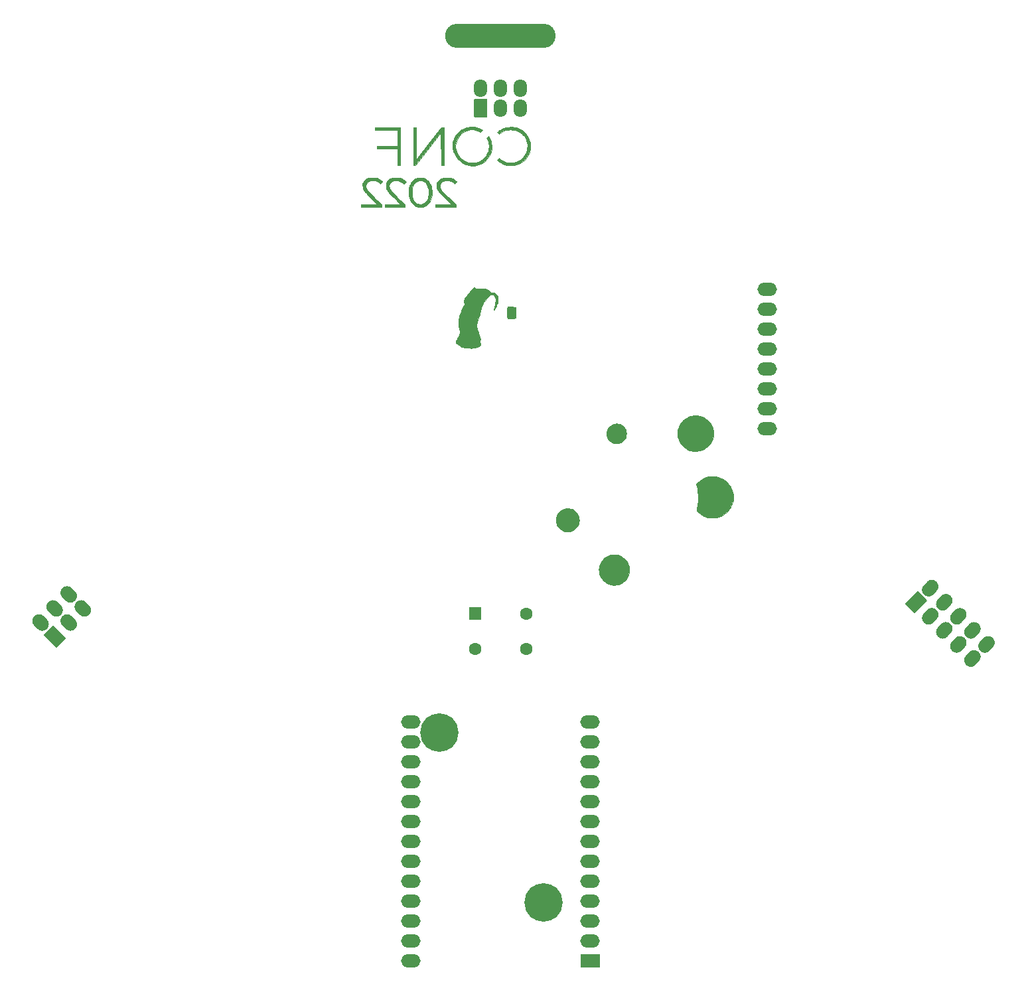
<source format=gbs>
%TF.GenerationSoftware,KiCad,Pcbnew,5.1.10-88a1d61d58~88~ubuntu18.04.1*%
%TF.CreationDate,2021-09-10T20:26:40+10:00*%
%TF.ProjectId,swag-badge,73776167-2d62-4616-9467-652e6b696361,rev?*%
%TF.SameCoordinates,PX405f7e0PYfa3044a0*%
%TF.FileFunction,Soldermask,Bot*%
%TF.FilePolarity,Negative*%
%FSLAX46Y46*%
G04 Gerber Fmt 4.6, Leading zero omitted, Abs format (unit mm)*
G04 Created by KiCad (PCBNEW 5.1.10-88a1d61d58~88~ubuntu18.04.1) date 2021-09-10 20:26:40*
%MOMM*%
%LPD*%
G01*
G04 APERTURE LIST*
%ADD10C,0.010000*%
%ADD11C,1.598000*%
%ADD12O,1.700000X2.300000*%
%ADD13O,14.100000X3.100000*%
%ADD14C,4.900000*%
%ADD15O,2.500000X1.700000*%
G04 APERTURE END LIST*
D10*
%TO.C,Ref\u002A\u002A*%
G36*
X-83539932Y120622458D02*
G01*
X-83533750Y120458417D01*
X-82099709Y120452977D01*
X-80665667Y120447538D01*
X-80665667Y118437328D01*
X-81951542Y118431872D01*
X-83237417Y118426417D01*
X-83249781Y118098333D01*
X-80665667Y118098333D01*
X-80665667Y115981667D01*
X-80305834Y115981667D01*
X-80305834Y120786500D01*
X-83546114Y120786500D01*
X-83539932Y120622458D01*
G37*
X-83539932Y120622458D02*
X-83533750Y120458417D01*
X-82099709Y120452977D01*
X-80665667Y120447538D01*
X-80665667Y118437328D01*
X-81951542Y118431872D01*
X-83237417Y118426417D01*
X-83249781Y118098333D01*
X-80665667Y118098333D01*
X-80665667Y115981667D01*
X-80305834Y115981667D01*
X-80305834Y120786500D01*
X-83546114Y120786500D01*
X-83539932Y120622458D01*
G36*
X-78654834Y115981667D02*
G01*
X-78501375Y115982357D01*
X-78347917Y115983047D01*
X-75109417Y120106113D01*
X-75098625Y115981667D01*
X-74717834Y115981667D01*
X-74717834Y120786500D01*
X-74881875Y120785718D01*
X-75045917Y120784935D01*
X-76665167Y118714638D01*
X-78284417Y116644342D01*
X-78289812Y118715421D01*
X-78295208Y120786500D01*
X-78654834Y120786500D01*
X-78654834Y115981667D01*
G37*
X-78654834Y115981667D02*
X-78501375Y115982357D01*
X-78347917Y115983047D01*
X-75109417Y120106113D01*
X-75098625Y115981667D01*
X-74717834Y115981667D01*
X-74717834Y120786500D01*
X-74881875Y120785718D01*
X-75045917Y120784935D01*
X-76665167Y118714638D01*
X-78284417Y116644342D01*
X-78289812Y118715421D01*
X-78295208Y120786500D01*
X-78654834Y120786500D01*
X-78654834Y115981667D01*
G36*
X-66529838Y120814399D02*
G01*
X-66828399Y120770500D01*
X-67103831Y120696247D01*
X-67360186Y120590750D01*
X-67415749Y120562564D01*
X-67486662Y120521090D01*
X-67570539Y120465615D01*
X-67659656Y120402052D01*
X-67746284Y120336315D01*
X-67822699Y120274314D01*
X-67881172Y120221964D01*
X-67913979Y120185176D01*
X-67917443Y120178653D01*
X-67909082Y120147249D01*
X-67872269Y120095254D01*
X-67817055Y120034633D01*
X-67704958Y119921125D01*
X-67597187Y120012642D01*
X-67363231Y120185639D01*
X-67114516Y120319408D01*
X-66849777Y120414403D01*
X-66567750Y120471079D01*
X-66269814Y120489889D01*
X-65969758Y120474311D01*
X-65690558Y120425690D01*
X-65424537Y120342256D01*
X-65207655Y120244997D01*
X-65070887Y120171155D01*
X-64957597Y120098788D01*
X-64853109Y120017187D01*
X-64742745Y119915642D01*
X-64704392Y119877787D01*
X-64507541Y119652407D01*
X-64348036Y119407465D01*
X-64226468Y119144399D01*
X-64143427Y118864651D01*
X-64099501Y118569658D01*
X-64092167Y118384083D01*
X-64112140Y118083266D01*
X-64170926Y117796017D01*
X-64266824Y117525040D01*
X-64398134Y117273034D01*
X-64563155Y117042702D01*
X-64760187Y116836743D01*
X-64987529Y116657859D01*
X-65243481Y116508752D01*
X-65285568Y116488496D01*
X-65555651Y116384456D01*
X-65843461Y116315519D01*
X-66141011Y116283162D01*
X-66386613Y116284959D01*
X-66681605Y116322335D01*
X-66959298Y116398083D01*
X-67222038Y116513077D01*
X-67472172Y116668191D01*
X-67528984Y116710258D01*
X-67716718Y116853649D01*
X-67944218Y116628975D01*
X-67875568Y116557208D01*
X-67696730Y116398189D01*
X-67484084Y116257762D01*
X-67243109Y116138750D01*
X-66979286Y116043977D01*
X-66780334Y115992783D01*
X-66684929Y115977502D01*
X-66558634Y115964968D01*
X-66412823Y115955568D01*
X-66258873Y115949688D01*
X-66108159Y115947714D01*
X-65972059Y115950033D01*
X-65861947Y115957032D01*
X-65832245Y115960575D01*
X-65510170Y116025858D01*
X-65207292Y116127360D01*
X-64925778Y116263119D01*
X-64667794Y116431173D01*
X-64435509Y116629561D01*
X-64231088Y116856320D01*
X-64056698Y117109489D01*
X-63914507Y117387106D01*
X-63806681Y117687210D01*
X-63770359Y117827278D01*
X-63745508Y117972406D01*
X-63729320Y118145533D01*
X-63721896Y118333668D01*
X-63723340Y118523819D01*
X-63733755Y118702995D01*
X-63753243Y118858205D01*
X-63761838Y118902667D01*
X-63848845Y119212094D01*
X-63971161Y119502552D01*
X-64126636Y119771194D01*
X-64313118Y120015172D01*
X-64528459Y120231643D01*
X-64770506Y120417757D01*
X-65012917Y120558718D01*
X-65267660Y120671389D01*
X-65522373Y120752052D01*
X-65787207Y120803009D01*
X-66072309Y120826559D01*
X-66204094Y120828833D01*
X-66529838Y120814399D01*
G37*
X-66529838Y120814399D02*
X-66828399Y120770500D01*
X-67103831Y120696247D01*
X-67360186Y120590750D01*
X-67415749Y120562564D01*
X-67486662Y120521090D01*
X-67570539Y120465615D01*
X-67659656Y120402052D01*
X-67746284Y120336315D01*
X-67822699Y120274314D01*
X-67881172Y120221964D01*
X-67913979Y120185176D01*
X-67917443Y120178653D01*
X-67909082Y120147249D01*
X-67872269Y120095254D01*
X-67817055Y120034633D01*
X-67704958Y119921125D01*
X-67597187Y120012642D01*
X-67363231Y120185639D01*
X-67114516Y120319408D01*
X-66849777Y120414403D01*
X-66567750Y120471079D01*
X-66269814Y120489889D01*
X-65969758Y120474311D01*
X-65690558Y120425690D01*
X-65424537Y120342256D01*
X-65207655Y120244997D01*
X-65070887Y120171155D01*
X-64957597Y120098788D01*
X-64853109Y120017187D01*
X-64742745Y119915642D01*
X-64704392Y119877787D01*
X-64507541Y119652407D01*
X-64348036Y119407465D01*
X-64226468Y119144399D01*
X-64143427Y118864651D01*
X-64099501Y118569658D01*
X-64092167Y118384083D01*
X-64112140Y118083266D01*
X-64170926Y117796017D01*
X-64266824Y117525040D01*
X-64398134Y117273034D01*
X-64563155Y117042702D01*
X-64760187Y116836743D01*
X-64987529Y116657859D01*
X-65243481Y116508752D01*
X-65285568Y116488496D01*
X-65555651Y116384456D01*
X-65843461Y116315519D01*
X-66141011Y116283162D01*
X-66386613Y116284959D01*
X-66681605Y116322335D01*
X-66959298Y116398083D01*
X-67222038Y116513077D01*
X-67472172Y116668191D01*
X-67528984Y116710258D01*
X-67716718Y116853649D01*
X-67944218Y116628975D01*
X-67875568Y116557208D01*
X-67696730Y116398189D01*
X-67484084Y116257762D01*
X-67243109Y116138750D01*
X-66979286Y116043977D01*
X-66780334Y115992783D01*
X-66684929Y115977502D01*
X-66558634Y115964968D01*
X-66412823Y115955568D01*
X-66258873Y115949688D01*
X-66108159Y115947714D01*
X-65972059Y115950033D01*
X-65861947Y115957032D01*
X-65832245Y115960575D01*
X-65510170Y116025858D01*
X-65207292Y116127360D01*
X-64925778Y116263119D01*
X-64667794Y116431173D01*
X-64435509Y116629561D01*
X-64231088Y116856320D01*
X-64056698Y117109489D01*
X-63914507Y117387106D01*
X-63806681Y117687210D01*
X-63770359Y117827278D01*
X-63745508Y117972406D01*
X-63729320Y118145533D01*
X-63721896Y118333668D01*
X-63723340Y118523819D01*
X-63733755Y118702995D01*
X-63753243Y118858205D01*
X-63761838Y118902667D01*
X-63848845Y119212094D01*
X-63971161Y119502552D01*
X-64126636Y119771194D01*
X-64313118Y120015172D01*
X-64528459Y120231643D01*
X-64770506Y120417757D01*
X-65012917Y120558718D01*
X-65267660Y120671389D01*
X-65522373Y120752052D01*
X-65787207Y120803009D01*
X-66072309Y120826559D01*
X-66204094Y120828833D01*
X-66529838Y120814399D01*
G36*
X-71397936Y120857244D02*
G01*
X-71640387Y120818384D01*
X-71885328Y120757572D01*
X-72118320Y120678045D01*
X-72214907Y120637247D01*
X-72459402Y120505669D01*
X-72694656Y120338376D01*
X-72913901Y120141913D01*
X-73110371Y119922826D01*
X-73277299Y119687660D01*
X-73372940Y119516999D01*
X-73480127Y119277811D01*
X-73555542Y119048613D01*
X-73602421Y118815740D01*
X-73624003Y118565530D01*
X-73626315Y118447583D01*
X-73621069Y118238090D01*
X-73602316Y118054289D01*
X-73567260Y117880917D01*
X-73513108Y117702709D01*
X-73467404Y117579750D01*
X-73327926Y117280684D01*
X-73154164Y117003219D01*
X-72949267Y116750021D01*
X-72716388Y116523753D01*
X-72458675Y116327082D01*
X-72179279Y116162670D01*
X-71881350Y116033182D01*
X-71568039Y115941283D01*
X-71517268Y115930363D01*
X-71403454Y115913963D01*
X-71260798Y115903641D01*
X-71102355Y115899401D01*
X-70941177Y115901251D01*
X-70790320Y115909198D01*
X-70662836Y115923250D01*
X-70624739Y115929891D01*
X-70318526Y116012010D01*
X-70027592Y116133517D01*
X-69752497Y116294107D01*
X-69493805Y116493473D01*
X-69361612Y116616667D01*
X-69143806Y116860595D01*
X-68964219Y117121687D01*
X-68823363Y117398858D01*
X-68721750Y117691025D01*
X-68659895Y117997102D01*
X-68645876Y118129784D01*
X-68641174Y118450530D01*
X-68676714Y118765987D01*
X-68751583Y119071789D01*
X-68864872Y119363567D01*
X-68930005Y119492553D01*
X-68979582Y119582489D01*
X-69015925Y119637840D01*
X-69046855Y119660745D01*
X-69080191Y119653344D01*
X-69123756Y119617780D01*
X-69180501Y119561107D01*
X-69303833Y119436473D01*
X-69228680Y119301862D01*
X-69146633Y119128561D01*
X-69077542Y118930877D01*
X-69026782Y118726072D01*
X-69004286Y118581040D01*
X-68993817Y118298192D01*
X-69023297Y118020317D01*
X-69090375Y117750720D01*
X-69192700Y117492705D01*
X-69327921Y117249574D01*
X-69493687Y117024633D01*
X-69687647Y116821185D01*
X-69907449Y116642533D01*
X-70150743Y116491982D01*
X-70415178Y116372836D01*
X-70622581Y116306962D01*
X-70728320Y116281309D01*
X-70822862Y116264584D01*
X-70921532Y116254994D01*
X-71039653Y116250747D01*
X-71108917Y116250075D01*
X-71319147Y116256780D01*
X-71505927Y116281112D01*
X-71683836Y116326461D01*
X-71867454Y116396219D01*
X-71997917Y116456817D01*
X-72257273Y116605512D01*
X-72491043Y116782545D01*
X-72697310Y116984393D01*
X-72874158Y117207534D01*
X-73019670Y117448444D01*
X-73131929Y117703602D01*
X-73209020Y117969483D01*
X-73249025Y118242565D01*
X-73250028Y118519326D01*
X-73226266Y118714686D01*
X-73155834Y119004378D01*
X-73049117Y119273544D01*
X-72905033Y119524187D01*
X-72722502Y119758311D01*
X-72588880Y119896695D01*
X-72354748Y120094675D01*
X-72106337Y120254181D01*
X-71846294Y120374787D01*
X-71577265Y120456065D01*
X-71301898Y120497589D01*
X-71022838Y120498931D01*
X-70742733Y120459665D01*
X-70464229Y120379365D01*
X-70228456Y120277383D01*
X-70067661Y120196626D01*
X-69943613Y120321982D01*
X-69888813Y120377420D01*
X-69855066Y120417760D01*
X-69845127Y120449302D01*
X-69861751Y120478347D01*
X-69907695Y120511196D01*
X-69985713Y120554150D01*
X-70062852Y120594638D01*
X-70294914Y120698730D01*
X-70549670Y120781357D01*
X-70812916Y120838980D01*
X-71070446Y120868063D01*
X-71172417Y120870917D01*
X-71397936Y120857244D01*
G37*
X-71397936Y120857244D02*
X-71640387Y120818384D01*
X-71885328Y120757572D01*
X-72118320Y120678045D01*
X-72214907Y120637247D01*
X-72459402Y120505669D01*
X-72694656Y120338376D01*
X-72913901Y120141913D01*
X-73110371Y119922826D01*
X-73277299Y119687660D01*
X-73372940Y119516999D01*
X-73480127Y119277811D01*
X-73555542Y119048613D01*
X-73602421Y118815740D01*
X-73624003Y118565530D01*
X-73626315Y118447583D01*
X-73621069Y118238090D01*
X-73602316Y118054289D01*
X-73567260Y117880917D01*
X-73513108Y117702709D01*
X-73467404Y117579750D01*
X-73327926Y117280684D01*
X-73154164Y117003219D01*
X-72949267Y116750021D01*
X-72716388Y116523753D01*
X-72458675Y116327082D01*
X-72179279Y116162670D01*
X-71881350Y116033182D01*
X-71568039Y115941283D01*
X-71517268Y115930363D01*
X-71403454Y115913963D01*
X-71260798Y115903641D01*
X-71102355Y115899401D01*
X-70941177Y115901251D01*
X-70790320Y115909198D01*
X-70662836Y115923250D01*
X-70624739Y115929891D01*
X-70318526Y116012010D01*
X-70027592Y116133517D01*
X-69752497Y116294107D01*
X-69493805Y116493473D01*
X-69361612Y116616667D01*
X-69143806Y116860595D01*
X-68964219Y117121687D01*
X-68823363Y117398858D01*
X-68721750Y117691025D01*
X-68659895Y117997102D01*
X-68645876Y118129784D01*
X-68641174Y118450530D01*
X-68676714Y118765987D01*
X-68751583Y119071789D01*
X-68864872Y119363567D01*
X-68930005Y119492553D01*
X-68979582Y119582489D01*
X-69015925Y119637840D01*
X-69046855Y119660745D01*
X-69080191Y119653344D01*
X-69123756Y119617780D01*
X-69180501Y119561107D01*
X-69303833Y119436473D01*
X-69228680Y119301862D01*
X-69146633Y119128561D01*
X-69077542Y118930877D01*
X-69026782Y118726072D01*
X-69004286Y118581040D01*
X-68993817Y118298192D01*
X-69023297Y118020317D01*
X-69090375Y117750720D01*
X-69192700Y117492705D01*
X-69327921Y117249574D01*
X-69493687Y117024633D01*
X-69687647Y116821185D01*
X-69907449Y116642533D01*
X-70150743Y116491982D01*
X-70415178Y116372836D01*
X-70622581Y116306962D01*
X-70728320Y116281309D01*
X-70822862Y116264584D01*
X-70921532Y116254994D01*
X-71039653Y116250747D01*
X-71108917Y116250075D01*
X-71319147Y116256780D01*
X-71505927Y116281112D01*
X-71683836Y116326461D01*
X-71867454Y116396219D01*
X-71997917Y116456817D01*
X-72257273Y116605512D01*
X-72491043Y116782545D01*
X-72697310Y116984393D01*
X-72874158Y117207534D01*
X-73019670Y117448444D01*
X-73131929Y117703602D01*
X-73209020Y117969483D01*
X-73249025Y118242565D01*
X-73250028Y118519326D01*
X-73226266Y118714686D01*
X-73155834Y119004378D01*
X-73049117Y119273544D01*
X-72905033Y119524187D01*
X-72722502Y119758311D01*
X-72588880Y119896695D01*
X-72354748Y120094675D01*
X-72106337Y120254181D01*
X-71846294Y120374787D01*
X-71577265Y120456065D01*
X-71301898Y120497589D01*
X-71022838Y120498931D01*
X-70742733Y120459665D01*
X-70464229Y120379365D01*
X-70228456Y120277383D01*
X-70067661Y120196626D01*
X-69943613Y120321982D01*
X-69888813Y120377420D01*
X-69855066Y120417760D01*
X-69845127Y120449302D01*
X-69861751Y120478347D01*
X-69907695Y120511196D01*
X-69985713Y120554150D01*
X-70062852Y120594638D01*
X-70294914Y120698730D01*
X-70549670Y120781357D01*
X-70812916Y120838980D01*
X-71070446Y120868063D01*
X-71172417Y120870917D01*
X-71397936Y120857244D01*
G36*
X-84038818Y114371995D02*
G01*
X-84171447Y114362422D01*
X-84286023Y114343088D01*
X-84394527Y114311726D01*
X-84508937Y114266064D01*
X-84553917Y114245670D01*
X-84736128Y114143136D01*
X-84881001Y114021211D01*
X-84989642Y113878157D01*
X-85063160Y113712236D01*
X-85102662Y113521710D01*
X-85110667Y113372089D01*
X-85095290Y113160929D01*
X-85047347Y112963880D01*
X-84964113Y112773187D01*
X-84842867Y112581095D01*
X-84823934Y112555298D01*
X-84794479Y112520864D01*
X-84738234Y112459987D01*
X-84658470Y112376035D01*
X-84558453Y112272376D01*
X-84441453Y112152378D01*
X-84310738Y112019409D01*
X-84169577Y111876836D01*
X-84021237Y111728027D01*
X-84015371Y111722163D01*
X-83279750Y110986910D01*
X-84279875Y110986622D01*
X-85280000Y110986333D01*
X-85280000Y110647667D01*
X-82676500Y110647667D01*
X-82677408Y110790542D01*
X-82678315Y110933417D01*
X-83494546Y111727167D01*
X-83707691Y111934952D01*
X-83892295Y112116299D01*
X-84050601Y112273830D01*
X-84184849Y112410167D01*
X-84297283Y112527933D01*
X-84390143Y112629751D01*
X-84465671Y112718243D01*
X-84526110Y112796031D01*
X-84573701Y112865739D01*
X-84610687Y112929988D01*
X-84639308Y112991401D01*
X-84661807Y113052600D01*
X-84679727Y113113583D01*
X-84708795Y113290421D01*
X-84699544Y113452878D01*
X-84654189Y113598790D01*
X-84574944Y113725991D01*
X-84464024Y113832316D01*
X-84323645Y113915597D01*
X-84156019Y113973671D01*
X-83963362Y114004370D01*
X-83766584Y114006610D01*
X-83524792Y113975390D01*
X-83304405Y113908291D01*
X-83106343Y113805687D01*
X-82931525Y113667951D01*
X-82931224Y113667665D01*
X-82846343Y113586746D01*
X-82708517Y113709998D01*
X-82646736Y113766460D01*
X-82599275Y113812145D01*
X-82573380Y113839976D01*
X-82570679Y113844629D01*
X-82586039Y113868882D01*
X-82626509Y113911392D01*
X-82683634Y113964616D01*
X-82748957Y114021014D01*
X-82814024Y114073046D01*
X-82870378Y114113170D01*
X-82875288Y114116286D01*
X-83081680Y114225590D01*
X-83303927Y114303931D01*
X-83547370Y114352685D01*
X-83817352Y114373229D01*
X-83876158Y114374079D01*
X-84038818Y114371995D01*
G37*
X-84038818Y114371995D02*
X-84171447Y114362422D01*
X-84286023Y114343088D01*
X-84394527Y114311726D01*
X-84508937Y114266064D01*
X-84553917Y114245670D01*
X-84736128Y114143136D01*
X-84881001Y114021211D01*
X-84989642Y113878157D01*
X-85063160Y113712236D01*
X-85102662Y113521710D01*
X-85110667Y113372089D01*
X-85095290Y113160929D01*
X-85047347Y112963880D01*
X-84964113Y112773187D01*
X-84842867Y112581095D01*
X-84823934Y112555298D01*
X-84794479Y112520864D01*
X-84738234Y112459987D01*
X-84658470Y112376035D01*
X-84558453Y112272376D01*
X-84441453Y112152378D01*
X-84310738Y112019409D01*
X-84169577Y111876836D01*
X-84021237Y111728027D01*
X-84015371Y111722163D01*
X-83279750Y110986910D01*
X-84279875Y110986622D01*
X-85280000Y110986333D01*
X-85280000Y110647667D01*
X-82676500Y110647667D01*
X-82677408Y110790542D01*
X-82678315Y110933417D01*
X-83494546Y111727167D01*
X-83707691Y111934952D01*
X-83892295Y112116299D01*
X-84050601Y112273830D01*
X-84184849Y112410167D01*
X-84297283Y112527933D01*
X-84390143Y112629751D01*
X-84465671Y112718243D01*
X-84526110Y112796031D01*
X-84573701Y112865739D01*
X-84610687Y112929988D01*
X-84639308Y112991401D01*
X-84661807Y113052600D01*
X-84679727Y113113583D01*
X-84708795Y113290421D01*
X-84699544Y113452878D01*
X-84654189Y113598790D01*
X-84574944Y113725991D01*
X-84464024Y113832316D01*
X-84323645Y113915597D01*
X-84156019Y113973671D01*
X-83963362Y114004370D01*
X-83766584Y114006610D01*
X-83524792Y113975390D01*
X-83304405Y113908291D01*
X-83106343Y113805687D01*
X-82931525Y113667951D01*
X-82931224Y113667665D01*
X-82846343Y113586746D01*
X-82708517Y113709998D01*
X-82646736Y113766460D01*
X-82599275Y113812145D01*
X-82573380Y113839976D01*
X-82570679Y113844629D01*
X-82586039Y113868882D01*
X-82626509Y113911392D01*
X-82683634Y113964616D01*
X-82748957Y114021014D01*
X-82814024Y114073046D01*
X-82870378Y114113170D01*
X-82875288Y114116286D01*
X-83081680Y114225590D01*
X-83303927Y114303931D01*
X-83547370Y114352685D01*
X-83817352Y114373229D01*
X-83876158Y114374079D01*
X-84038818Y114371995D01*
G36*
X-81057921Y114371931D02*
G01*
X-81190519Y114362067D01*
X-81305471Y114342188D01*
X-81414947Y114309968D01*
X-81531121Y114263086D01*
X-81570176Y114245315D01*
X-81752994Y114140769D01*
X-81901397Y114013162D01*
X-82014340Y113863466D01*
X-82046745Y113803059D01*
X-82077461Y113735673D01*
X-82097763Y113676946D01*
X-82110276Y113613933D01*
X-82117624Y113533688D01*
X-82122164Y113431083D01*
X-82120881Y113248304D01*
X-82101331Y113092054D01*
X-82060802Y112949491D01*
X-81996583Y112807773D01*
X-81986700Y112789379D01*
X-81954799Y112731283D01*
X-81925179Y112679376D01*
X-81895233Y112630776D01*
X-81862355Y112582601D01*
X-81823939Y112531969D01*
X-81777376Y112475998D01*
X-81720061Y112411805D01*
X-81649386Y112336508D01*
X-81562745Y112247227D01*
X-81457531Y112141077D01*
X-81331137Y112015178D01*
X-81180956Y111866647D01*
X-81004382Y111692602D01*
X-80915613Y111605185D01*
X-80287143Y110986333D01*
X-82295500Y110986333D01*
X-82295500Y110647667D01*
X-79692000Y110647667D01*
X-79692917Y110790542D01*
X-79693833Y110933417D01*
X-80541138Y111758917D01*
X-80702317Y111916533D01*
X-80856955Y112068875D01*
X-81001889Y112212749D01*
X-81133952Y112344961D01*
X-81249980Y112462319D01*
X-81346808Y112561629D01*
X-81421271Y112639699D01*
X-81470204Y112693334D01*
X-81485206Y112711417D01*
X-81593986Y112872644D01*
X-81667103Y113026560D01*
X-81708139Y113181735D01*
X-81718218Y113269047D01*
X-81716776Y113427903D01*
X-81686851Y113561944D01*
X-81625851Y113679849D01*
X-81576922Y113742323D01*
X-81455412Y113849523D01*
X-81307569Y113929689D01*
X-81139479Y113983011D01*
X-80957228Y114009677D01*
X-80766905Y114009875D01*
X-80574595Y113983795D01*
X-80386386Y113931625D01*
X-80208363Y113853553D01*
X-80046614Y113749769D01*
X-79978625Y113692783D01*
X-79861164Y113585431D01*
X-79728957Y113707239D01*
X-79667995Y113764477D01*
X-79620294Y113811281D01*
X-79593555Y113840019D01*
X-79590558Y113844433D01*
X-79601501Y113868581D01*
X-79640097Y113910350D01*
X-79698932Y113963647D01*
X-79770591Y114022378D01*
X-79847659Y114080451D01*
X-79922721Y114131771D01*
X-79984735Y114168364D01*
X-80163766Y114251765D01*
X-80341644Y114311480D01*
X-80529532Y114350031D01*
X-80738597Y114369940D01*
X-80895503Y114374103D01*
X-81057921Y114371931D01*
G37*
X-81057921Y114371931D02*
X-81190519Y114362067D01*
X-81305471Y114342188D01*
X-81414947Y114309968D01*
X-81531121Y114263086D01*
X-81570176Y114245315D01*
X-81752994Y114140769D01*
X-81901397Y114013162D01*
X-82014340Y113863466D01*
X-82046745Y113803059D01*
X-82077461Y113735673D01*
X-82097763Y113676946D01*
X-82110276Y113613933D01*
X-82117624Y113533688D01*
X-82122164Y113431083D01*
X-82120881Y113248304D01*
X-82101331Y113092054D01*
X-82060802Y112949491D01*
X-81996583Y112807773D01*
X-81986700Y112789379D01*
X-81954799Y112731283D01*
X-81925179Y112679376D01*
X-81895233Y112630776D01*
X-81862355Y112582601D01*
X-81823939Y112531969D01*
X-81777376Y112475998D01*
X-81720061Y112411805D01*
X-81649386Y112336508D01*
X-81562745Y112247227D01*
X-81457531Y112141077D01*
X-81331137Y112015178D01*
X-81180956Y111866647D01*
X-81004382Y111692602D01*
X-80915613Y111605185D01*
X-80287143Y110986333D01*
X-82295500Y110986333D01*
X-82295500Y110647667D01*
X-79692000Y110647667D01*
X-79692917Y110790542D01*
X-79693833Y110933417D01*
X-80541138Y111758917D01*
X-80702317Y111916533D01*
X-80856955Y112068875D01*
X-81001889Y112212749D01*
X-81133952Y112344961D01*
X-81249980Y112462319D01*
X-81346808Y112561629D01*
X-81421271Y112639699D01*
X-81470204Y112693334D01*
X-81485206Y112711417D01*
X-81593986Y112872644D01*
X-81667103Y113026560D01*
X-81708139Y113181735D01*
X-81718218Y113269047D01*
X-81716776Y113427903D01*
X-81686851Y113561944D01*
X-81625851Y113679849D01*
X-81576922Y113742323D01*
X-81455412Y113849523D01*
X-81307569Y113929689D01*
X-81139479Y113983011D01*
X-80957228Y114009677D01*
X-80766905Y114009875D01*
X-80574595Y113983795D01*
X-80386386Y113931625D01*
X-80208363Y113853553D01*
X-80046614Y113749769D01*
X-79978625Y113692783D01*
X-79861164Y113585431D01*
X-79728957Y113707239D01*
X-79667995Y113764477D01*
X-79620294Y113811281D01*
X-79593555Y113840019D01*
X-79590558Y113844433D01*
X-79601501Y113868581D01*
X-79640097Y113910350D01*
X-79698932Y113963647D01*
X-79770591Y114022378D01*
X-79847659Y114080451D01*
X-79922721Y114131771D01*
X-79984735Y114168364D01*
X-80163766Y114251765D01*
X-80341644Y114311480D01*
X-80529532Y114350031D01*
X-80738597Y114369940D01*
X-80895503Y114374103D01*
X-81057921Y114371931D01*
G36*
X-74603953Y114371243D02*
G01*
X-74748212Y114358297D01*
X-74875329Y114333047D01*
X-74997578Y114293010D01*
X-75127234Y114235704D01*
X-75135251Y114231793D01*
X-75304882Y114127275D01*
X-75442659Y113997773D01*
X-75547917Y113846924D01*
X-75619993Y113678366D01*
X-75658221Y113495739D01*
X-75661937Y113302680D01*
X-75630478Y113102828D01*
X-75563180Y112899820D01*
X-75459377Y112697296D01*
X-75425210Y112643477D01*
X-75389753Y112592840D01*
X-75346416Y112536980D01*
X-75292419Y112472939D01*
X-75224984Y112397760D01*
X-75141331Y112308483D01*
X-75038682Y112202151D01*
X-74914257Y112075806D01*
X-74765277Y111926490D01*
X-74588962Y111751244D01*
X-74560149Y111722700D01*
X-73818250Y110987982D01*
X-74828959Y110987158D01*
X-75839667Y110986333D01*
X-75839667Y110647667D01*
X-73215000Y110647667D01*
X-73215000Y110919028D01*
X-74085343Y111772889D01*
X-74286954Y111971529D01*
X-74469435Y112153042D01*
X-74631049Y112315644D01*
X-74770061Y112457552D01*
X-74884736Y112576986D01*
X-74973339Y112672160D01*
X-75034134Y112741294D01*
X-75059322Y112773389D01*
X-75160027Y112946933D01*
X-75223216Y113127364D01*
X-75246772Y113308491D01*
X-75246882Y113322188D01*
X-75232121Y113489281D01*
X-75186612Y113628903D01*
X-75108019Y113744967D01*
X-74994007Y113841386D01*
X-74906760Y113891875D01*
X-74764572Y113953971D01*
X-74624195Y113992074D01*
X-74472143Y114008676D01*
X-74294929Y114006271D01*
X-74289745Y114005971D01*
X-74057497Y113975362D01*
X-73848798Y113911260D01*
X-73659087Y113811828D01*
X-73495578Y113685929D01*
X-73387707Y113588944D01*
X-73253729Y113710377D01*
X-73191699Y113766453D01*
X-73142183Y113810942D01*
X-73113129Y113836716D01*
X-73109167Y113840073D01*
X-73116653Y113858100D01*
X-73150863Y113895012D01*
X-73204472Y113944538D01*
X-73270157Y114000407D01*
X-73340593Y114056346D01*
X-73408456Y114106084D01*
X-73456589Y114137567D01*
X-73656748Y114238842D01*
X-73875131Y114311166D01*
X-74116776Y114355764D01*
X-74386719Y114373861D01*
X-74430276Y114374367D01*
X-74603953Y114371243D01*
G37*
X-74603953Y114371243D02*
X-74748212Y114358297D01*
X-74875329Y114333047D01*
X-74997578Y114293010D01*
X-75127234Y114235704D01*
X-75135251Y114231793D01*
X-75304882Y114127275D01*
X-75442659Y113997773D01*
X-75547917Y113846924D01*
X-75619993Y113678366D01*
X-75658221Y113495739D01*
X-75661937Y113302680D01*
X-75630478Y113102828D01*
X-75563180Y112899820D01*
X-75459377Y112697296D01*
X-75425210Y112643477D01*
X-75389753Y112592840D01*
X-75346416Y112536980D01*
X-75292419Y112472939D01*
X-75224984Y112397760D01*
X-75141331Y112308483D01*
X-75038682Y112202151D01*
X-74914257Y112075806D01*
X-74765277Y111926490D01*
X-74588962Y111751244D01*
X-74560149Y111722700D01*
X-73818250Y110987982D01*
X-74828959Y110987158D01*
X-75839667Y110986333D01*
X-75839667Y110647667D01*
X-73215000Y110647667D01*
X-73215000Y110919028D01*
X-74085343Y111772889D01*
X-74286954Y111971529D01*
X-74469435Y112153042D01*
X-74631049Y112315644D01*
X-74770061Y112457552D01*
X-74884736Y112576986D01*
X-74973339Y112672160D01*
X-75034134Y112741294D01*
X-75059322Y112773389D01*
X-75160027Y112946933D01*
X-75223216Y113127364D01*
X-75246772Y113308491D01*
X-75246882Y113322188D01*
X-75232121Y113489281D01*
X-75186612Y113628903D01*
X-75108019Y113744967D01*
X-74994007Y113841386D01*
X-74906760Y113891875D01*
X-74764572Y113953971D01*
X-74624195Y113992074D01*
X-74472143Y114008676D01*
X-74294929Y114006271D01*
X-74289745Y114005971D01*
X-74057497Y113975362D01*
X-73848798Y113911260D01*
X-73659087Y113811828D01*
X-73495578Y113685929D01*
X-73387707Y113588944D01*
X-73253729Y113710377D01*
X-73191699Y113766453D01*
X-73142183Y113810942D01*
X-73113129Y113836716D01*
X-73109167Y113840073D01*
X-73116653Y113858100D01*
X-73150863Y113895012D01*
X-73204472Y113944538D01*
X-73270157Y114000407D01*
X-73340593Y114056346D01*
X-73408456Y114106084D01*
X-73456589Y114137567D01*
X-73656748Y114238842D01*
X-73875131Y114311166D01*
X-74116776Y114355764D01*
X-74386719Y114373861D01*
X-74430276Y114374367D01*
X-74603953Y114371243D01*
G36*
X-77926068Y114362987D02*
G01*
X-78135890Y114327473D01*
X-78327641Y114258094D01*
X-78507747Y114152376D01*
X-78682633Y114007843D01*
X-78721080Y113970557D01*
X-78809098Y113879933D01*
X-78874391Y113803391D01*
X-78926618Y113727750D01*
X-78975436Y113639827D01*
X-79000779Y113588803D01*
X-79110049Y113317431D01*
X-79186271Y113026412D01*
X-79229204Y112722853D01*
X-79238609Y112413862D01*
X-79214246Y112106546D01*
X-79155874Y111808010D01*
X-79069938Y111542146D01*
X-78961323Y111318873D01*
X-78822256Y111119966D01*
X-78656356Y110948946D01*
X-78467242Y110809335D01*
X-78258533Y110704654D01*
X-78180243Y110676503D01*
X-78000819Y110633414D01*
X-77806107Y110612409D01*
X-77612047Y110614148D01*
X-77434577Y110639290D01*
X-77411931Y110644723D01*
X-77238487Y110698759D01*
X-77087966Y110769600D01*
X-76947947Y110864475D01*
X-76806011Y110990613D01*
X-76789420Y111007034D01*
X-76701174Y111098295D01*
X-76635634Y111175498D01*
X-76583130Y111251865D01*
X-76533996Y111340615D01*
X-76509722Y111389531D01*
X-76407666Y111638615D01*
X-76334207Y111901866D01*
X-76288765Y112174122D01*
X-76270762Y112450218D01*
X-76273281Y112528358D01*
X-76677958Y112528358D01*
X-76686448Y112313463D01*
X-76708588Y112100963D01*
X-76743467Y111904068D01*
X-76785686Y111749073D01*
X-76857251Y111578187D01*
X-76951250Y111417598D01*
X-77061013Y111276552D01*
X-77179868Y111164296D01*
X-77236270Y111124550D01*
X-77414356Y111037472D01*
X-77606001Y110988999D01*
X-77805703Y110979937D01*
X-78007956Y111011093D01*
X-78008896Y111011334D01*
X-78184592Y111077804D01*
X-78343377Y111181367D01*
X-78482640Y111319273D01*
X-78599771Y111488770D01*
X-78692163Y111687109D01*
X-78716352Y111757083D01*
X-78763453Y111919993D01*
X-78795651Y112071737D01*
X-78814585Y112225543D01*
X-78821896Y112394638D01*
X-78819353Y112588208D01*
X-78799118Y112861808D01*
X-78756475Y113102253D01*
X-78690264Y113313000D01*
X-78599331Y113497505D01*
X-78482517Y113659226D01*
X-78448062Y113697648D01*
X-78293868Y113834831D01*
X-78125279Y113933645D01*
X-77945342Y113993153D01*
X-77757107Y114012415D01*
X-77563621Y113990494D01*
X-77526218Y113981518D01*
X-77333871Y113910829D01*
X-77165402Y113805187D01*
X-77020813Y113664594D01*
X-76900110Y113489057D01*
X-76803295Y113278579D01*
X-76730372Y113033166D01*
X-76705563Y112912500D01*
X-76684026Y112732441D01*
X-76677958Y112528358D01*
X-76273281Y112528358D01*
X-76279621Y112724991D01*
X-76314762Y112993278D01*
X-76375608Y113249914D01*
X-76461580Y113489736D01*
X-76572099Y113707581D01*
X-76706589Y113898284D01*
X-76802187Y114001039D01*
X-76977437Y114144940D01*
X-77166412Y114251699D01*
X-77373656Y114323187D01*
X-77603713Y114361272D01*
X-77691750Y114367112D01*
X-77926068Y114362987D01*
G37*
X-77926068Y114362987D02*
X-78135890Y114327473D01*
X-78327641Y114258094D01*
X-78507747Y114152376D01*
X-78682633Y114007843D01*
X-78721080Y113970557D01*
X-78809098Y113879933D01*
X-78874391Y113803391D01*
X-78926618Y113727750D01*
X-78975436Y113639827D01*
X-79000779Y113588803D01*
X-79110049Y113317431D01*
X-79186271Y113026412D01*
X-79229204Y112722853D01*
X-79238609Y112413862D01*
X-79214246Y112106546D01*
X-79155874Y111808010D01*
X-79069938Y111542146D01*
X-78961323Y111318873D01*
X-78822256Y111119966D01*
X-78656356Y110948946D01*
X-78467242Y110809335D01*
X-78258533Y110704654D01*
X-78180243Y110676503D01*
X-78000819Y110633414D01*
X-77806107Y110612409D01*
X-77612047Y110614148D01*
X-77434577Y110639290D01*
X-77411931Y110644723D01*
X-77238487Y110698759D01*
X-77087966Y110769600D01*
X-76947947Y110864475D01*
X-76806011Y110990613D01*
X-76789420Y111007034D01*
X-76701174Y111098295D01*
X-76635634Y111175498D01*
X-76583130Y111251865D01*
X-76533996Y111340615D01*
X-76509722Y111389531D01*
X-76407666Y111638615D01*
X-76334207Y111901866D01*
X-76288765Y112174122D01*
X-76270762Y112450218D01*
X-76273281Y112528358D01*
X-76677958Y112528358D01*
X-76686448Y112313463D01*
X-76708588Y112100963D01*
X-76743467Y111904068D01*
X-76785686Y111749073D01*
X-76857251Y111578187D01*
X-76951250Y111417598D01*
X-77061013Y111276552D01*
X-77179868Y111164296D01*
X-77236270Y111124550D01*
X-77414356Y111037472D01*
X-77606001Y110988999D01*
X-77805703Y110979937D01*
X-78007956Y111011093D01*
X-78008896Y111011334D01*
X-78184592Y111077804D01*
X-78343377Y111181367D01*
X-78482640Y111319273D01*
X-78599771Y111488770D01*
X-78692163Y111687109D01*
X-78716352Y111757083D01*
X-78763453Y111919993D01*
X-78795651Y112071737D01*
X-78814585Y112225543D01*
X-78821896Y112394638D01*
X-78819353Y112588208D01*
X-78799118Y112861808D01*
X-78756475Y113102253D01*
X-78690264Y113313000D01*
X-78599331Y113497505D01*
X-78482517Y113659226D01*
X-78448062Y113697648D01*
X-78293868Y113834831D01*
X-78125279Y113933645D01*
X-77945342Y113993153D01*
X-77757107Y114012415D01*
X-77563621Y113990494D01*
X-77526218Y113981518D01*
X-77333871Y113910829D01*
X-77165402Y113805187D01*
X-77020813Y113664594D01*
X-76900110Y113489057D01*
X-76803295Y113278579D01*
X-76730372Y113033166D01*
X-76705563Y112912500D01*
X-76684026Y112732441D01*
X-76677958Y112528358D01*
X-76273281Y112528358D01*
X-76279621Y112724991D01*
X-76314762Y112993278D01*
X-76375608Y113249914D01*
X-76461580Y113489736D01*
X-76572099Y113707581D01*
X-76706589Y113898284D01*
X-76802187Y114001039D01*
X-76977437Y114144940D01*
X-77166412Y114251699D01*
X-77373656Y114323187D01*
X-77603713Y114361272D01*
X-77691750Y114367112D01*
X-77926068Y114362987D01*
G36*
X-66631604Y97861564D02*
G01*
X-66637585Y97824501D01*
X-66642612Y97751569D01*
X-66646680Y97649213D01*
X-66649784Y97523876D01*
X-66651920Y97382000D01*
X-66653082Y97230030D01*
X-66653266Y97074407D01*
X-66652466Y96921576D01*
X-66650679Y96777979D01*
X-66647898Y96650059D01*
X-66644120Y96544261D01*
X-66639339Y96467026D01*
X-66633550Y96424798D01*
X-66632690Y96422128D01*
X-66624022Y96402828D01*
X-66611299Y96388207D01*
X-66589709Y96378117D01*
X-66554436Y96372410D01*
X-66500667Y96370935D01*
X-66423588Y96373544D01*
X-66318384Y96380089D01*
X-66180241Y96390419D01*
X-66019666Y96403160D01*
X-65897626Y96414082D01*
X-65789357Y96425935D01*
X-65702317Y96437729D01*
X-65643966Y96448476D01*
X-65622791Y96455786D01*
X-65613992Y96483814D01*
X-65606683Y96547849D01*
X-65600854Y96641594D01*
X-65596493Y96758750D01*
X-65593590Y96893018D01*
X-65592134Y97038099D01*
X-65592113Y97187695D01*
X-65593517Y97335507D01*
X-65596334Y97475236D01*
X-65600554Y97600584D01*
X-65606166Y97705252D01*
X-65613159Y97782941D01*
X-65621521Y97827353D01*
X-65625193Y97834336D01*
X-65655249Y97849036D01*
X-65715584Y97860975D01*
X-65810264Y97870728D01*
X-65937401Y97878577D01*
X-66065548Y97885236D01*
X-66200335Y97892696D01*
X-66324909Y97900001D01*
X-66414645Y97905672D01*
X-66609874Y97918718D01*
X-66631604Y97861564D01*
G37*
X-66631604Y97861564D02*
X-66637585Y97824501D01*
X-66642612Y97751569D01*
X-66646680Y97649213D01*
X-66649784Y97523876D01*
X-66651920Y97382000D01*
X-66653082Y97230030D01*
X-66653266Y97074407D01*
X-66652466Y96921576D01*
X-66650679Y96777979D01*
X-66647898Y96650059D01*
X-66644120Y96544261D01*
X-66639339Y96467026D01*
X-66633550Y96424798D01*
X-66632690Y96422128D01*
X-66624022Y96402828D01*
X-66611299Y96388207D01*
X-66589709Y96378117D01*
X-66554436Y96372410D01*
X-66500667Y96370935D01*
X-66423588Y96373544D01*
X-66318384Y96380089D01*
X-66180241Y96390419D01*
X-66019666Y96403160D01*
X-65897626Y96414082D01*
X-65789357Y96425935D01*
X-65702317Y96437729D01*
X-65643966Y96448476D01*
X-65622791Y96455786D01*
X-65613992Y96483814D01*
X-65606683Y96547849D01*
X-65600854Y96641594D01*
X-65596493Y96758750D01*
X-65593590Y96893018D01*
X-65592134Y97038099D01*
X-65592113Y97187695D01*
X-65593517Y97335507D01*
X-65596334Y97475236D01*
X-65600554Y97600584D01*
X-65606166Y97705252D01*
X-65613159Y97782941D01*
X-65621521Y97827353D01*
X-65625193Y97834336D01*
X-65655249Y97849036D01*
X-65715584Y97860975D01*
X-65810264Y97870728D01*
X-65937401Y97878577D01*
X-66065548Y97885236D01*
X-66200335Y97892696D01*
X-66324909Y97900001D01*
X-66414645Y97905672D01*
X-66609874Y97918718D01*
X-66631604Y97861564D01*
G36*
X-70949369Y100336144D02*
G01*
X-71018432Y100305730D01*
X-71095253Y100242853D01*
X-71172759Y100154699D01*
X-71243879Y100048455D01*
X-71258970Y100021511D01*
X-71321429Y99919807D01*
X-71411085Y99794252D01*
X-71524050Y99649733D01*
X-71656434Y99491133D01*
X-71804348Y99323339D01*
X-71884636Y99235662D01*
X-71991637Y99109761D01*
X-72067957Y98991445D01*
X-72117867Y98869448D01*
X-72145638Y98732503D01*
X-72155539Y98569344D01*
X-72155710Y98520500D01*
X-72152358Y98419972D01*
X-72141723Y98346411D01*
X-72120970Y98284684D01*
X-72105567Y98252865D01*
X-72056379Y98158813D01*
X-72171562Y98053543D01*
X-72284791Y97923579D01*
X-72382383Y97755478D01*
X-72463569Y97550740D01*
X-72506319Y97402136D01*
X-72546362Y97266168D01*
X-72595127Y97135501D01*
X-72643299Y97033181D01*
X-72701295Y96914910D01*
X-72748083Y96790183D01*
X-72785189Y96651996D01*
X-72814142Y96493347D01*
X-72836468Y96307233D01*
X-72853697Y96086652D01*
X-72855252Y96061534D01*
X-72864967Y95802107D01*
X-72859771Y95571961D01*
X-72838664Y95360395D01*
X-72800644Y95156709D01*
X-72754287Y94981791D01*
X-72725467Y94883295D01*
X-72701752Y94799023D01*
X-72685483Y94737528D01*
X-72679002Y94707364D01*
X-72678975Y94706624D01*
X-72686113Y94680880D01*
X-72705869Y94622028D01*
X-72735947Y94536579D01*
X-72774054Y94431046D01*
X-72817895Y94311941D01*
X-72820814Y94304083D01*
X-72887269Y94131356D01*
X-72946247Y93991997D01*
X-73001220Y93878485D01*
X-73055658Y93783296D01*
X-73074674Y93753750D01*
X-73128820Y93669325D01*
X-73163325Y93605408D01*
X-73183566Y93548356D01*
X-73194920Y93484525D01*
X-73199794Y93436250D01*
X-73212695Y93288083D01*
X-73028639Y93166643D01*
X-72934414Y93102578D01*
X-72838038Y93033919D01*
X-72754972Y92971792D01*
X-72725984Y92948873D01*
X-72604823Y92867731D01*
X-72445991Y92791174D01*
X-72387318Y92767601D01*
X-72303626Y92736141D01*
X-72232892Y92712630D01*
X-72165230Y92695141D01*
X-72090756Y92681746D01*
X-71999586Y92670516D01*
X-71881833Y92659525D01*
X-71796833Y92652449D01*
X-71499283Y92632674D01*
X-71242219Y92625182D01*
X-71025612Y92629973D01*
X-70849437Y92647049D01*
X-70759667Y92664002D01*
X-70659207Y92691052D01*
X-70553837Y92724547D01*
X-70473917Y92754261D01*
X-70395739Y92784643D01*
X-70323160Y92809421D01*
X-70281503Y92820922D01*
X-70228890Y92844185D01*
X-70167403Y92887995D01*
X-70135725Y92917180D01*
X-70055361Y92999481D01*
X-70092714Y93191790D01*
X-70114220Y93328826D01*
X-70120702Y93453441D01*
X-70115244Y93573580D01*
X-70100421Y93763061D01*
X-70258677Y94255822D01*
X-70310354Y94417987D01*
X-70364452Y94589949D01*
X-70417360Y94760072D01*
X-70465463Y94916717D01*
X-70505149Y95048248D01*
X-70514894Y95081140D01*
X-70612856Y95413697D01*
X-70571162Y95652640D01*
X-70548909Y95759358D01*
X-70514425Y95893250D01*
X-70466878Y96057148D01*
X-70405438Y96253886D01*
X-70329272Y96486294D01*
X-70305679Y96556705D01*
X-70240470Y96751922D01*
X-70187914Y96912954D01*
X-70146409Y97045476D01*
X-70114348Y97155161D01*
X-70090128Y97247685D01*
X-70072144Y97328721D01*
X-70058792Y97403945D01*
X-70051328Y97456288D01*
X-70020380Y97628421D01*
X-69972611Y97812005D01*
X-69912015Y97995862D01*
X-69842588Y98168816D01*
X-69768326Y98319689D01*
X-69707673Y98417614D01*
X-69504913Y98688566D01*
X-69300730Y98928410D01*
X-69086017Y99147665D01*
X-69031383Y99198875D01*
X-68773217Y99437000D01*
X-68655593Y99437000D01*
X-68565028Y99429540D01*
X-68476760Y99403633D01*
X-68404645Y99371256D01*
X-68271323Y99305512D01*
X-68200944Y99126925D01*
X-68169134Y99044015D01*
X-68149413Y98981273D01*
X-68139737Y98924331D01*
X-68138063Y98858825D01*
X-68142348Y98770388D01*
X-68144816Y98732294D01*
X-68158518Y98569007D01*
X-68178596Y98409260D01*
X-68206888Y98242252D01*
X-68245231Y98057181D01*
X-68295463Y97843246D01*
X-68297363Y97835491D01*
X-68327290Y97711116D01*
X-68347133Y97621148D01*
X-68357794Y97559112D01*
X-68360179Y97518532D01*
X-68355191Y97492935D01*
X-68347059Y97479556D01*
X-68334199Y97469972D01*
X-68319221Y97475283D01*
X-68299032Y97500205D01*
X-68270539Y97549455D01*
X-68230651Y97627748D01*
X-68176275Y97739800D01*
X-68175909Y97740563D01*
X-68116095Y97871361D01*
X-68054574Y98016444D01*
X-67998098Y98159259D01*
X-67953420Y98283253D01*
X-67948682Y98297581D01*
X-67909929Y98421666D01*
X-67883688Y98522263D01*
X-67866897Y98615251D01*
X-67856494Y98716505D01*
X-67851280Y98802665D01*
X-67848359Y98974894D01*
X-67860381Y99115197D01*
X-67889713Y99232071D01*
X-67938720Y99334011D01*
X-68009767Y99429515D01*
X-68033003Y99455264D01*
X-68165522Y99575765D01*
X-68306214Y99658347D01*
X-68464118Y99707417D01*
X-68583742Y99723716D01*
X-68767900Y99738630D01*
X-68858630Y99852333D01*
X-68976858Y99977200D01*
X-69111948Y100074388D01*
X-69267354Y100144897D01*
X-69446531Y100189725D01*
X-69652931Y100209873D01*
X-69890011Y100206338D01*
X-70040000Y100194131D01*
X-70219321Y100179425D01*
X-70365568Y100176229D01*
X-70486646Y100185430D01*
X-70590459Y100207911D01*
X-70684911Y100244558D01*
X-70737864Y100272280D01*
X-70815751Y100313847D01*
X-70871511Y100335159D01*
X-70917830Y100340049D01*
X-70949369Y100336144D01*
G37*
X-70949369Y100336144D02*
X-71018432Y100305730D01*
X-71095253Y100242853D01*
X-71172759Y100154699D01*
X-71243879Y100048455D01*
X-71258970Y100021511D01*
X-71321429Y99919807D01*
X-71411085Y99794252D01*
X-71524050Y99649733D01*
X-71656434Y99491133D01*
X-71804348Y99323339D01*
X-71884636Y99235662D01*
X-71991637Y99109761D01*
X-72067957Y98991445D01*
X-72117867Y98869448D01*
X-72145638Y98732503D01*
X-72155539Y98569344D01*
X-72155710Y98520500D01*
X-72152358Y98419972D01*
X-72141723Y98346411D01*
X-72120970Y98284684D01*
X-72105567Y98252865D01*
X-72056379Y98158813D01*
X-72171562Y98053543D01*
X-72284791Y97923579D01*
X-72382383Y97755478D01*
X-72463569Y97550740D01*
X-72506319Y97402136D01*
X-72546362Y97266168D01*
X-72595127Y97135501D01*
X-72643299Y97033181D01*
X-72701295Y96914910D01*
X-72748083Y96790183D01*
X-72785189Y96651996D01*
X-72814142Y96493347D01*
X-72836468Y96307233D01*
X-72853697Y96086652D01*
X-72855252Y96061534D01*
X-72864967Y95802107D01*
X-72859771Y95571961D01*
X-72838664Y95360395D01*
X-72800644Y95156709D01*
X-72754287Y94981791D01*
X-72725467Y94883295D01*
X-72701752Y94799023D01*
X-72685483Y94737528D01*
X-72679002Y94707364D01*
X-72678975Y94706624D01*
X-72686113Y94680880D01*
X-72705869Y94622028D01*
X-72735947Y94536579D01*
X-72774054Y94431046D01*
X-72817895Y94311941D01*
X-72820814Y94304083D01*
X-72887269Y94131356D01*
X-72946247Y93991997D01*
X-73001220Y93878485D01*
X-73055658Y93783296D01*
X-73074674Y93753750D01*
X-73128820Y93669325D01*
X-73163325Y93605408D01*
X-73183566Y93548356D01*
X-73194920Y93484525D01*
X-73199794Y93436250D01*
X-73212695Y93288083D01*
X-73028639Y93166643D01*
X-72934414Y93102578D01*
X-72838038Y93033919D01*
X-72754972Y92971792D01*
X-72725984Y92948873D01*
X-72604823Y92867731D01*
X-72445991Y92791174D01*
X-72387318Y92767601D01*
X-72303626Y92736141D01*
X-72232892Y92712630D01*
X-72165230Y92695141D01*
X-72090756Y92681746D01*
X-71999586Y92670516D01*
X-71881833Y92659525D01*
X-71796833Y92652449D01*
X-71499283Y92632674D01*
X-71242219Y92625182D01*
X-71025612Y92629973D01*
X-70849437Y92647049D01*
X-70759667Y92664002D01*
X-70659207Y92691052D01*
X-70553837Y92724547D01*
X-70473917Y92754261D01*
X-70395739Y92784643D01*
X-70323160Y92809421D01*
X-70281503Y92820922D01*
X-70228890Y92844185D01*
X-70167403Y92887995D01*
X-70135725Y92917180D01*
X-70055361Y92999481D01*
X-70092714Y93191790D01*
X-70114220Y93328826D01*
X-70120702Y93453441D01*
X-70115244Y93573580D01*
X-70100421Y93763061D01*
X-70258677Y94255822D01*
X-70310354Y94417987D01*
X-70364452Y94589949D01*
X-70417360Y94760072D01*
X-70465463Y94916717D01*
X-70505149Y95048248D01*
X-70514894Y95081140D01*
X-70612856Y95413697D01*
X-70571162Y95652640D01*
X-70548909Y95759358D01*
X-70514425Y95893250D01*
X-70466878Y96057148D01*
X-70405438Y96253886D01*
X-70329272Y96486294D01*
X-70305679Y96556705D01*
X-70240470Y96751922D01*
X-70187914Y96912954D01*
X-70146409Y97045476D01*
X-70114348Y97155161D01*
X-70090128Y97247685D01*
X-70072144Y97328721D01*
X-70058792Y97403945D01*
X-70051328Y97456288D01*
X-70020380Y97628421D01*
X-69972611Y97812005D01*
X-69912015Y97995862D01*
X-69842588Y98168816D01*
X-69768326Y98319689D01*
X-69707673Y98417614D01*
X-69504913Y98688566D01*
X-69300730Y98928410D01*
X-69086017Y99147665D01*
X-69031383Y99198875D01*
X-68773217Y99437000D01*
X-68655593Y99437000D01*
X-68565028Y99429540D01*
X-68476760Y99403633D01*
X-68404645Y99371256D01*
X-68271323Y99305512D01*
X-68200944Y99126925D01*
X-68169134Y99044015D01*
X-68149413Y98981273D01*
X-68139737Y98924331D01*
X-68138063Y98858825D01*
X-68142348Y98770388D01*
X-68144816Y98732294D01*
X-68158518Y98569007D01*
X-68178596Y98409260D01*
X-68206888Y98242252D01*
X-68245231Y98057181D01*
X-68295463Y97843246D01*
X-68297363Y97835491D01*
X-68327290Y97711116D01*
X-68347133Y97621148D01*
X-68357794Y97559112D01*
X-68360179Y97518532D01*
X-68355191Y97492935D01*
X-68347059Y97479556D01*
X-68334199Y97469972D01*
X-68319221Y97475283D01*
X-68299032Y97500205D01*
X-68270539Y97549455D01*
X-68230651Y97627748D01*
X-68176275Y97739800D01*
X-68175909Y97740563D01*
X-68116095Y97871361D01*
X-68054574Y98016444D01*
X-67998098Y98159259D01*
X-67953420Y98283253D01*
X-67948682Y98297581D01*
X-67909929Y98421666D01*
X-67883688Y98522263D01*
X-67866897Y98615251D01*
X-67856494Y98716505D01*
X-67851280Y98802665D01*
X-67848359Y98974894D01*
X-67860381Y99115197D01*
X-67889713Y99232071D01*
X-67938720Y99334011D01*
X-68009767Y99429515D01*
X-68033003Y99455264D01*
X-68165522Y99575765D01*
X-68306214Y99658347D01*
X-68464118Y99707417D01*
X-68583742Y99723716D01*
X-68767900Y99738630D01*
X-68858630Y99852333D01*
X-68976858Y99977200D01*
X-69111948Y100074388D01*
X-69267354Y100144897D01*
X-69446531Y100189725D01*
X-69652931Y100209873D01*
X-69890011Y100206338D01*
X-70040000Y100194131D01*
X-70219321Y100179425D01*
X-70365568Y100176229D01*
X-70486646Y100185430D01*
X-70590459Y100207911D01*
X-70684911Y100244558D01*
X-70737864Y100272280D01*
X-70815751Y100313847D01*
X-70871511Y100335159D01*
X-70917830Y100340049D01*
X-70949369Y100336144D01*
%TO.C,L2*%
G36*
X-52897347Y82965615D02*
G01*
X-52937892Y82959682D01*
X-53093659Y82924016D01*
X-53241561Y82869558D01*
X-53380206Y82797643D01*
X-53508201Y82709609D01*
X-53624155Y82606791D01*
X-53726676Y82490526D01*
X-53814373Y82362151D01*
X-53885853Y82223002D01*
X-53939726Y82074415D01*
X-53964556Y81973827D01*
X-53977529Y81887109D01*
X-53984803Y81787947D01*
X-53986277Y81684321D01*
X-53981850Y81584208D01*
X-53971421Y81495587D01*
X-53970672Y81491205D01*
X-53933769Y81339912D01*
X-53877808Y81195308D01*
X-53804294Y81059032D01*
X-53714734Y80932725D01*
X-53610635Y80818029D01*
X-53493503Y80716584D01*
X-53364844Y80630032D01*
X-53226166Y80560013D01*
X-53078974Y80508169D01*
X-53064624Y80504254D01*
X-52914791Y80472938D01*
X-52766791Y80459995D01*
X-52614179Y80464933D01*
X-52585846Y80467670D01*
X-52438562Y80493523D01*
X-52293374Y80538809D01*
X-52153174Y80601848D01*
X-52020856Y80680961D01*
X-51899311Y80774468D01*
X-51791433Y80880692D01*
X-51718872Y80970964D01*
X-51630992Y81108502D01*
X-51563573Y81248971D01*
X-51515919Y81394534D01*
X-51487333Y81547354D01*
X-51477119Y81709593D01*
X-51477074Y81721602D01*
X-51487059Y81882380D01*
X-51516172Y82036379D01*
X-51563148Y82182527D01*
X-51626724Y82319754D01*
X-51705635Y82446987D01*
X-51798617Y82563156D01*
X-51904406Y82667188D01*
X-52021739Y82758014D01*
X-52149350Y82834560D01*
X-52285976Y82895757D01*
X-52430353Y82940532D01*
X-52581216Y82967814D01*
X-52737302Y82976533D01*
X-52897347Y82965615D01*
G37*
X-52897347Y82965615D02*
X-52937892Y82959682D01*
X-53093659Y82924016D01*
X-53241561Y82869558D01*
X-53380206Y82797643D01*
X-53508201Y82709609D01*
X-53624155Y82606791D01*
X-53726676Y82490526D01*
X-53814373Y82362151D01*
X-53885853Y82223002D01*
X-53939726Y82074415D01*
X-53964556Y81973827D01*
X-53977529Y81887109D01*
X-53984803Y81787947D01*
X-53986277Y81684321D01*
X-53981850Y81584208D01*
X-53971421Y81495587D01*
X-53970672Y81491205D01*
X-53933769Y81339912D01*
X-53877808Y81195308D01*
X-53804294Y81059032D01*
X-53714734Y80932725D01*
X-53610635Y80818029D01*
X-53493503Y80716584D01*
X-53364844Y80630032D01*
X-53226166Y80560013D01*
X-53078974Y80508169D01*
X-53064624Y80504254D01*
X-52914791Y80472938D01*
X-52766791Y80459995D01*
X-52614179Y80464933D01*
X-52585846Y80467670D01*
X-52438562Y80493523D01*
X-52293374Y80538809D01*
X-52153174Y80601848D01*
X-52020856Y80680961D01*
X-51899311Y80774468D01*
X-51791433Y80880692D01*
X-51718872Y80970964D01*
X-51630992Y81108502D01*
X-51563573Y81248971D01*
X-51515919Y81394534D01*
X-51487333Y81547354D01*
X-51477119Y81709593D01*
X-51477074Y81721602D01*
X-51487059Y81882380D01*
X-51516172Y82036379D01*
X-51563148Y82182527D01*
X-51626724Y82319754D01*
X-51705635Y82446987D01*
X-51798617Y82563156D01*
X-51904406Y82667188D01*
X-52021739Y82758014D01*
X-52149350Y82834560D01*
X-52285976Y82895757D01*
X-52430353Y82940532D01*
X-52581216Y82967814D01*
X-52737302Y82976533D01*
X-52897347Y82965615D01*
G36*
X-42748554Y84012548D02*
G01*
X-42832250Y84009762D01*
X-42902383Y84004927D01*
X-42922454Y84002772D01*
X-43141650Y83965736D01*
X-43354373Y83908630D01*
X-43559836Y83831781D01*
X-43757257Y83735516D01*
X-43945849Y83620160D01*
X-44083824Y83519111D01*
X-44140633Y83471023D01*
X-44205696Y83410579D01*
X-44274565Y83342368D01*
X-44342791Y83270978D01*
X-44405927Y83200997D01*
X-44459525Y83137013D01*
X-44480296Y83110130D01*
X-44600899Y82931424D01*
X-44702672Y82744918D01*
X-44785709Y82551973D01*
X-44850102Y82353950D01*
X-44895945Y82152208D01*
X-44923330Y81948109D01*
X-44932351Y81743013D01*
X-44923101Y81538280D01*
X-44895672Y81335271D01*
X-44850159Y81135346D01*
X-44786653Y80939866D01*
X-44705249Y80750191D01*
X-44606039Y80567683D01*
X-44489116Y80393700D01*
X-44354573Y80229604D01*
X-44277696Y80148652D01*
X-44113279Y79998408D01*
X-43938714Y79866627D01*
X-43754596Y79753523D01*
X-43561523Y79659311D01*
X-43360089Y79584206D01*
X-43150889Y79528421D01*
X-42934521Y79492173D01*
X-42711579Y79475674D01*
X-42482658Y79479141D01*
X-42429846Y79482737D01*
X-42216241Y79509801D01*
X-42007697Y79556934D01*
X-41805464Y79623375D01*
X-41610788Y79708363D01*
X-41424916Y79811139D01*
X-41249097Y79930942D01*
X-41084579Y80067010D01*
X-40932607Y80218585D01*
X-40794431Y80384905D01*
X-40681841Y80548254D01*
X-40586174Y80718742D01*
X-40504238Y80902427D01*
X-40437508Y81095237D01*
X-40387456Y81293102D01*
X-40364047Y81426051D01*
X-40354782Y81510277D01*
X-40348790Y81608239D01*
X-40346067Y81713856D01*
X-40346610Y81821048D01*
X-40350417Y81923735D01*
X-40357484Y82015837D01*
X-40364373Y82070780D01*
X-40398768Y82253260D01*
X-40444988Y82424075D01*
X-40505274Y82590444D01*
X-40572041Y82739518D01*
X-40676488Y82931106D01*
X-40797223Y83109806D01*
X-40933161Y83274839D01*
X-41083219Y83425424D01*
X-41246312Y83560784D01*
X-41421355Y83680137D01*
X-41607264Y83782705D01*
X-41802956Y83867708D01*
X-42007345Y83934367D01*
X-42219348Y83981902D01*
X-42321864Y83997486D01*
X-42389702Y84004201D01*
X-42471868Y84009114D01*
X-42562785Y84012175D01*
X-42656873Y84013336D01*
X-42748554Y84012548D01*
G37*
X-42748554Y84012548D02*
X-42832250Y84009762D01*
X-42902383Y84004927D01*
X-42922454Y84002772D01*
X-43141650Y83965736D01*
X-43354373Y83908630D01*
X-43559836Y83831781D01*
X-43757257Y83735516D01*
X-43945849Y83620160D01*
X-44083824Y83519111D01*
X-44140633Y83471023D01*
X-44205696Y83410579D01*
X-44274565Y83342368D01*
X-44342791Y83270978D01*
X-44405927Y83200997D01*
X-44459525Y83137013D01*
X-44480296Y83110130D01*
X-44600899Y82931424D01*
X-44702672Y82744918D01*
X-44785709Y82551973D01*
X-44850102Y82353950D01*
X-44895945Y82152208D01*
X-44923330Y81948109D01*
X-44932351Y81743013D01*
X-44923101Y81538280D01*
X-44895672Y81335271D01*
X-44850159Y81135346D01*
X-44786653Y80939866D01*
X-44705249Y80750191D01*
X-44606039Y80567683D01*
X-44489116Y80393700D01*
X-44354573Y80229604D01*
X-44277696Y80148652D01*
X-44113279Y79998408D01*
X-43938714Y79866627D01*
X-43754596Y79753523D01*
X-43561523Y79659311D01*
X-43360089Y79584206D01*
X-43150889Y79528421D01*
X-42934521Y79492173D01*
X-42711579Y79475674D01*
X-42482658Y79479141D01*
X-42429846Y79482737D01*
X-42216241Y79509801D01*
X-42007697Y79556934D01*
X-41805464Y79623375D01*
X-41610788Y79708363D01*
X-41424916Y79811139D01*
X-41249097Y79930942D01*
X-41084579Y80067010D01*
X-40932607Y80218585D01*
X-40794431Y80384905D01*
X-40681841Y80548254D01*
X-40586174Y80718742D01*
X-40504238Y80902427D01*
X-40437508Y81095237D01*
X-40387456Y81293102D01*
X-40364047Y81426051D01*
X-40354782Y81510277D01*
X-40348790Y81608239D01*
X-40346067Y81713856D01*
X-40346610Y81821048D01*
X-40350417Y81923735D01*
X-40357484Y82015837D01*
X-40364373Y82070780D01*
X-40398768Y82253260D01*
X-40444988Y82424075D01*
X-40505274Y82590444D01*
X-40572041Y82739518D01*
X-40676488Y82931106D01*
X-40797223Y83109806D01*
X-40933161Y83274839D01*
X-41083219Y83425424D01*
X-41246312Y83560784D01*
X-41421355Y83680137D01*
X-41607264Y83782705D01*
X-41802956Y83867708D01*
X-42007345Y83934367D01*
X-42219348Y83981902D01*
X-42321864Y83997486D01*
X-42389702Y84004201D01*
X-42471868Y84009114D01*
X-42562785Y84012175D01*
X-42656873Y84013336D01*
X-42748554Y84012548D01*
G36*
X-40552995Y76256675D02*
G01*
X-40645113Y76254272D01*
X-40726101Y76249731D01*
X-40783452Y76243997D01*
X-41022960Y76202507D01*
X-41252637Y76142293D01*
X-41472864Y76063180D01*
X-41684021Y75964995D01*
X-41886489Y75847565D01*
X-42080646Y75710714D01*
X-42239885Y75578589D01*
X-42284842Y75536965D01*
X-42332480Y75490115D01*
X-42380389Y75440718D01*
X-42426157Y75391454D01*
X-42467374Y75345004D01*
X-42501629Y75304046D01*
X-42526510Y75271262D01*
X-42539608Y75249330D01*
X-42541017Y75243856D01*
X-42538539Y75227467D01*
X-42531693Y75194514D01*
X-42521365Y75148947D01*
X-42508438Y75094716D01*
X-42499530Y75058569D01*
X-42420029Y74698055D01*
X-42361646Y74338243D01*
X-42324354Y73978730D01*
X-42308125Y73619111D01*
X-42312932Y73258979D01*
X-42338745Y72897931D01*
X-42346191Y72827679D01*
X-42369125Y72649969D01*
X-42399303Y72460180D01*
X-42435440Y72265612D01*
X-42476249Y72073568D01*
X-42487620Y72024299D01*
X-42509696Y71930298D01*
X-42480451Y71891956D01*
X-42451641Y71857720D01*
X-42410307Y71813312D01*
X-42360080Y71762255D01*
X-42304588Y71708071D01*
X-42247459Y71654280D01*
X-42192324Y71604406D01*
X-42142811Y71561969D01*
X-42128095Y71550014D01*
X-41936320Y71410343D01*
X-41733803Y71288550D01*
X-41521884Y71185206D01*
X-41301906Y71100882D01*
X-41075210Y71036147D01*
X-40843138Y70991572D01*
X-40801438Y70985804D01*
X-40731558Y70978967D01*
X-40646217Y70974175D01*
X-40550745Y70971423D01*
X-40450474Y70970702D01*
X-40350736Y70972004D01*
X-40256861Y70975323D01*
X-40174181Y70980650D01*
X-40116424Y70986787D01*
X-39888833Y71028023D01*
X-39664873Y71089089D01*
X-39446804Y71169062D01*
X-39236887Y71267022D01*
X-39037381Y71382046D01*
X-38880113Y71490719D01*
X-38697006Y71640857D01*
X-38529563Y71804938D01*
X-38378279Y71982125D01*
X-38243651Y72171584D01*
X-38126175Y72372479D01*
X-38026348Y72583975D01*
X-37944666Y72805237D01*
X-37881625Y73035429D01*
X-37843405Y73235307D01*
X-37834946Y73307159D01*
X-37828819Y73394959D01*
X-37825023Y73493606D01*
X-37823560Y73598000D01*
X-37824429Y73703041D01*
X-37827631Y73803630D01*
X-37833167Y73894667D01*
X-37841037Y73971051D01*
X-37843335Y73987037D01*
X-37890050Y74226466D01*
X-37954724Y74454756D01*
X-38037549Y74672290D01*
X-38138719Y74879453D01*
X-38258425Y75076626D01*
X-38396862Y75264195D01*
X-38554220Y75442543D01*
X-38596544Y75485739D01*
X-38772322Y75647463D01*
X-38957383Y75790267D01*
X-39152033Y75914302D01*
X-39356580Y76019720D01*
X-39571329Y76106674D01*
X-39796586Y76175315D01*
X-40032657Y76225796D01*
X-40111130Y76238227D01*
X-40179322Y76245827D01*
X-40262910Y76251517D01*
X-40356588Y76255252D01*
X-40455052Y76256987D01*
X-40552995Y76256675D01*
G37*
X-40552995Y76256675D02*
X-40645113Y76254272D01*
X-40726101Y76249731D01*
X-40783452Y76243997D01*
X-41022960Y76202507D01*
X-41252637Y76142293D01*
X-41472864Y76063180D01*
X-41684021Y75964995D01*
X-41886489Y75847565D01*
X-42080646Y75710714D01*
X-42239885Y75578589D01*
X-42284842Y75536965D01*
X-42332480Y75490115D01*
X-42380389Y75440718D01*
X-42426157Y75391454D01*
X-42467374Y75345004D01*
X-42501629Y75304046D01*
X-42526510Y75271262D01*
X-42539608Y75249330D01*
X-42541017Y75243856D01*
X-42538539Y75227467D01*
X-42531693Y75194514D01*
X-42521365Y75148947D01*
X-42508438Y75094716D01*
X-42499530Y75058569D01*
X-42420029Y74698055D01*
X-42361646Y74338243D01*
X-42324354Y73978730D01*
X-42308125Y73619111D01*
X-42312932Y73258979D01*
X-42338745Y72897931D01*
X-42346191Y72827679D01*
X-42369125Y72649969D01*
X-42399303Y72460180D01*
X-42435440Y72265612D01*
X-42476249Y72073568D01*
X-42487620Y72024299D01*
X-42509696Y71930298D01*
X-42480451Y71891956D01*
X-42451641Y71857720D01*
X-42410307Y71813312D01*
X-42360080Y71762255D01*
X-42304588Y71708071D01*
X-42247459Y71654280D01*
X-42192324Y71604406D01*
X-42142811Y71561969D01*
X-42128095Y71550014D01*
X-41936320Y71410343D01*
X-41733803Y71288550D01*
X-41521884Y71185206D01*
X-41301906Y71100882D01*
X-41075210Y71036147D01*
X-40843138Y70991572D01*
X-40801438Y70985804D01*
X-40731558Y70978967D01*
X-40646217Y70974175D01*
X-40550745Y70971423D01*
X-40450474Y70970702D01*
X-40350736Y70972004D01*
X-40256861Y70975323D01*
X-40174181Y70980650D01*
X-40116424Y70986787D01*
X-39888833Y71028023D01*
X-39664873Y71089089D01*
X-39446804Y71169062D01*
X-39236887Y71267022D01*
X-39037381Y71382046D01*
X-38880113Y71490719D01*
X-38697006Y71640857D01*
X-38529563Y71804938D01*
X-38378279Y71982125D01*
X-38243651Y72171584D01*
X-38126175Y72372479D01*
X-38026348Y72583975D01*
X-37944666Y72805237D01*
X-37881625Y73035429D01*
X-37843405Y73235307D01*
X-37834946Y73307159D01*
X-37828819Y73394959D01*
X-37825023Y73493606D01*
X-37823560Y73598000D01*
X-37824429Y73703041D01*
X-37827631Y73803630D01*
X-37833167Y73894667D01*
X-37841037Y73971051D01*
X-37843335Y73987037D01*
X-37890050Y74226466D01*
X-37954724Y74454756D01*
X-38037549Y74672290D01*
X-38138719Y74879453D01*
X-38258425Y75076626D01*
X-38396862Y75264195D01*
X-38554220Y75442543D01*
X-38596544Y75485739D01*
X-38772322Y75647463D01*
X-38957383Y75790267D01*
X-39152033Y75914302D01*
X-39356580Y76019720D01*
X-39571329Y76106674D01*
X-39796586Y76175315D01*
X-40032657Y76225796D01*
X-40111130Y76238227D01*
X-40179322Y76245827D01*
X-40262910Y76251517D01*
X-40356588Y76255252D01*
X-40455052Y76256987D01*
X-40552995Y76256675D01*
G36*
X-59088239Y72155633D02*
G01*
X-59195826Y72144972D01*
X-59298202Y72125888D01*
X-59402904Y72097206D01*
X-59439058Y72085498D01*
X-59599303Y72020966D01*
X-59749365Y71938653D01*
X-59888039Y71839956D01*
X-60014119Y71726271D01*
X-60126401Y71598997D01*
X-60223679Y71459529D01*
X-60304749Y71309265D01*
X-60368406Y71149601D01*
X-60413445Y70981935D01*
X-60419969Y70948354D01*
X-60430179Y70872538D01*
X-60436348Y70783753D01*
X-60438482Y70688614D01*
X-60436586Y70593738D01*
X-60430668Y70505744D01*
X-60420732Y70431247D01*
X-60419489Y70424645D01*
X-60375419Y70250801D01*
X-60313400Y70086797D01*
X-60234511Y69933647D01*
X-60139831Y69792366D01*
X-60030436Y69663968D01*
X-59907405Y69549469D01*
X-59771816Y69449882D01*
X-59624747Y69366222D01*
X-59467275Y69299505D01*
X-59300480Y69250745D01*
X-59142879Y69223002D01*
X-59081706Y69217641D01*
X-59009131Y69214581D01*
X-58933571Y69213916D01*
X-58863443Y69215741D01*
X-58814381Y69219321D01*
X-58638954Y69248487D01*
X-58470763Y69297390D01*
X-58310807Y69365551D01*
X-58160086Y69452493D01*
X-58019599Y69557735D01*
X-57924620Y69645301D01*
X-57808561Y69775663D01*
X-57711129Y69914000D01*
X-57631991Y70058894D01*
X-57570812Y70208926D01*
X-57527257Y70362677D01*
X-57500992Y70518729D01*
X-57491681Y70675662D01*
X-57498991Y70832059D01*
X-57522586Y70986499D01*
X-57562133Y71137566D01*
X-57617296Y71283839D01*
X-57687741Y71423900D01*
X-57773134Y71556331D01*
X-57873138Y71679712D01*
X-57987421Y71792626D01*
X-58115648Y71893652D01*
X-58257483Y71981373D01*
X-58412592Y72054370D01*
X-58500441Y72086727D01*
X-58607177Y72118667D01*
X-58709107Y72140545D01*
X-58813799Y72153532D01*
X-58928820Y72158799D01*
X-58967903Y72159047D01*
X-59088239Y72155633D01*
G37*
X-59088239Y72155633D02*
X-59195826Y72144972D01*
X-59298202Y72125888D01*
X-59402904Y72097206D01*
X-59439058Y72085498D01*
X-59599303Y72020966D01*
X-59749365Y71938653D01*
X-59888039Y71839956D01*
X-60014119Y71726271D01*
X-60126401Y71598997D01*
X-60223679Y71459529D01*
X-60304749Y71309265D01*
X-60368406Y71149601D01*
X-60413445Y70981935D01*
X-60419969Y70948354D01*
X-60430179Y70872538D01*
X-60436348Y70783753D01*
X-60438482Y70688614D01*
X-60436586Y70593738D01*
X-60430668Y70505744D01*
X-60420732Y70431247D01*
X-60419489Y70424645D01*
X-60375419Y70250801D01*
X-60313400Y70086797D01*
X-60234511Y69933647D01*
X-60139831Y69792366D01*
X-60030436Y69663968D01*
X-59907405Y69549469D01*
X-59771816Y69449882D01*
X-59624747Y69366222D01*
X-59467275Y69299505D01*
X-59300480Y69250745D01*
X-59142879Y69223002D01*
X-59081706Y69217641D01*
X-59009131Y69214581D01*
X-58933571Y69213916D01*
X-58863443Y69215741D01*
X-58814381Y69219321D01*
X-58638954Y69248487D01*
X-58470763Y69297390D01*
X-58310807Y69365551D01*
X-58160086Y69452493D01*
X-58019599Y69557735D01*
X-57924620Y69645301D01*
X-57808561Y69775663D01*
X-57711129Y69914000D01*
X-57631991Y70058894D01*
X-57570812Y70208926D01*
X-57527257Y70362677D01*
X-57500992Y70518729D01*
X-57491681Y70675662D01*
X-57498991Y70832059D01*
X-57522586Y70986499D01*
X-57562133Y71137566D01*
X-57617296Y71283839D01*
X-57687741Y71423900D01*
X-57773134Y71556331D01*
X-57873138Y71679712D01*
X-57987421Y71792626D01*
X-58115648Y71893652D01*
X-58257483Y71981373D01*
X-58412592Y72054370D01*
X-58500441Y72086727D01*
X-58607177Y72118667D01*
X-58709107Y72140545D01*
X-58813799Y72153532D01*
X-58928820Y72158799D01*
X-58967903Y72159047D01*
X-59088239Y72155633D01*
G36*
X-53160325Y66265668D02*
G01*
X-53234976Y66260808D01*
X-53252627Y66258907D01*
X-53448617Y66225134D01*
X-53637764Y66172125D01*
X-53818921Y66100917D01*
X-53990936Y66012545D01*
X-54152662Y65908045D01*
X-54302947Y65788452D01*
X-54440642Y65654804D01*
X-54564599Y65508134D01*
X-54673667Y65349481D01*
X-54766697Y65179878D01*
X-54842539Y65000363D01*
X-54900045Y64811971D01*
X-54911272Y64764278D01*
X-54946040Y64560687D01*
X-54959737Y64358846D01*
X-54952414Y64159164D01*
X-54924121Y63962047D01*
X-54874911Y63767902D01*
X-54804832Y63577138D01*
X-54748557Y63456024D01*
X-54648455Y63280432D01*
X-54531988Y63118060D01*
X-54399875Y62969619D01*
X-54252833Y62835817D01*
X-54091581Y62717364D01*
X-53916838Y62614969D01*
X-53875198Y62593952D01*
X-53689035Y62514332D01*
X-53496839Y62454845D01*
X-53299725Y62415692D01*
X-53098808Y62397074D01*
X-52895205Y62399190D01*
X-52824203Y62404800D01*
X-52635842Y62433289D01*
X-52449704Y62481475D01*
X-52268120Y62548152D01*
X-52093422Y62632115D01*
X-51927940Y62732159D01*
X-51774004Y62847080D01*
X-51633947Y62975673D01*
X-51556482Y63060128D01*
X-51434543Y63217762D01*
X-51329195Y63386083D01*
X-51241382Y63562972D01*
X-51172045Y63746309D01*
X-51122126Y63933973D01*
X-51095428Y64097368D01*
X-51088353Y64187094D01*
X-51085790Y64289406D01*
X-51087485Y64398063D01*
X-51093182Y64506824D01*
X-51102627Y64609445D01*
X-51115564Y64699685D01*
X-51121207Y64728789D01*
X-51173191Y64925031D01*
X-51243636Y65111869D01*
X-51331594Y65288366D01*
X-51436117Y65453586D01*
X-51556257Y65606590D01*
X-51691067Y65746442D01*
X-51839597Y65872205D01*
X-52000899Y65982941D01*
X-52174027Y66077714D01*
X-52358030Y66155585D01*
X-52551963Y66215618D01*
X-52647635Y66237686D01*
X-52712898Y66248173D01*
X-52793675Y66256593D01*
X-52884385Y66262747D01*
X-52979450Y66266442D01*
X-53073289Y66267481D01*
X-53160325Y66265668D01*
G37*
X-53160325Y66265668D02*
X-53234976Y66260808D01*
X-53252627Y66258907D01*
X-53448617Y66225134D01*
X-53637764Y66172125D01*
X-53818921Y66100917D01*
X-53990936Y66012545D01*
X-54152662Y65908045D01*
X-54302947Y65788452D01*
X-54440642Y65654804D01*
X-54564599Y65508134D01*
X-54673667Y65349481D01*
X-54766697Y65179878D01*
X-54842539Y65000363D01*
X-54900045Y64811971D01*
X-54911272Y64764278D01*
X-54946040Y64560687D01*
X-54959737Y64358846D01*
X-54952414Y64159164D01*
X-54924121Y63962047D01*
X-54874911Y63767902D01*
X-54804832Y63577138D01*
X-54748557Y63456024D01*
X-54648455Y63280432D01*
X-54531988Y63118060D01*
X-54399875Y62969619D01*
X-54252833Y62835817D01*
X-54091581Y62717364D01*
X-53916838Y62614969D01*
X-53875198Y62593952D01*
X-53689035Y62514332D01*
X-53496839Y62454845D01*
X-53299725Y62415692D01*
X-53098808Y62397074D01*
X-52895205Y62399190D01*
X-52824203Y62404800D01*
X-52635842Y62433289D01*
X-52449704Y62481475D01*
X-52268120Y62548152D01*
X-52093422Y62632115D01*
X-51927940Y62732159D01*
X-51774004Y62847080D01*
X-51633947Y62975673D01*
X-51556482Y63060128D01*
X-51434543Y63217762D01*
X-51329195Y63386083D01*
X-51241382Y63562972D01*
X-51172045Y63746309D01*
X-51122126Y63933973D01*
X-51095428Y64097368D01*
X-51088353Y64187094D01*
X-51085790Y64289406D01*
X-51087485Y64398063D01*
X-51093182Y64506824D01*
X-51102627Y64609445D01*
X-51115564Y64699685D01*
X-51121207Y64728789D01*
X-51173191Y64925031D01*
X-51243636Y65111869D01*
X-51331594Y65288366D01*
X-51436117Y65453586D01*
X-51556257Y65606590D01*
X-51691067Y65746442D01*
X-51839597Y65872205D01*
X-52000899Y65982941D01*
X-52174027Y66077714D01*
X-52358030Y66155585D01*
X-52551963Y66215618D01*
X-52647635Y66237686D01*
X-52712898Y66248173D01*
X-52793675Y66256593D01*
X-52884385Y66262747D01*
X-52979450Y66266442D01*
X-53073289Y66267481D01*
X-53160325Y66265668D01*
%TD*%
D11*
%TO.C,SW1*%
X-64250000Y58750000D03*
X-64250000Y54250000D03*
G36*
G01*
X-71549000Y58001000D02*
X-71549000Y59499000D01*
G75*
G02*
X-71499000Y59549000I50000J0D01*
G01*
X-70001000Y59549000D01*
G75*
G02*
X-69951000Y59499000I0J-50000D01*
G01*
X-69951000Y58001000D01*
G75*
G02*
X-70001000Y57951000I-50000J0D01*
G01*
X-71499000Y57951000D01*
G75*
G02*
X-71549000Y58001000I0J50000D01*
G01*
G37*
X-70750000Y54250000D03*
%TD*%
D12*
%TO.C,P1*%
X-67500000Y123230000D03*
X-64960000Y123230000D03*
X-64960000Y125770000D03*
X-67500000Y125770000D03*
G36*
G01*
X-69240000Y122080000D02*
X-70840000Y122080000D01*
G75*
G02*
X-70890000Y122130000I0J50000D01*
G01*
X-70890000Y124330000D01*
G75*
G02*
X-70840000Y124380000I50000J0D01*
G01*
X-69240000Y124380000D01*
G75*
G02*
X-69190000Y124330000I0J-50000D01*
G01*
X-69190000Y122130000D01*
G75*
G02*
X-69240000Y122080000I-50000J0D01*
G01*
G37*
X-70040000Y125770000D03*
%TD*%
%TO.C,P3*%
G36*
G01*
X-13478376Y57556969D02*
X-13478376Y57556969D01*
G75*
G02*
X-13520328Y58758319I579699J621651D01*
G01*
X-13111128Y59197131D01*
G75*
G02*
X-11909778Y59239083I621651J-579699D01*
G01*
X-11909778Y59239083D01*
G75*
G02*
X-11867826Y58037733I-579699J-621651D01*
G01*
X-12277026Y57598921D01*
G75*
G02*
X-13478376Y57556969I-621651J579699D01*
G01*
G37*
G36*
G01*
X-11682325Y55760917D02*
X-11682325Y55760917D01*
G75*
G02*
X-11724277Y56962267I579699J621651D01*
G01*
X-11315077Y57401079D01*
G75*
G02*
X-10113727Y57443031I621651J-579699D01*
G01*
X-10113727Y57443031D01*
G75*
G02*
X-10071775Y56241681I-579699J-621651D01*
G01*
X-10480975Y55802869D01*
G75*
G02*
X-11682325Y55760917I-621651J579699D01*
G01*
G37*
G36*
G01*
X-9886273Y53964866D02*
X-9886273Y53964866D01*
G75*
G02*
X-9928225Y55166216I579699J621651D01*
G01*
X-9519025Y55605028D01*
G75*
G02*
X-8317675Y55646980I621651J-579699D01*
G01*
X-8317675Y55646980D01*
G75*
G02*
X-8275723Y54445630I-579699J-621651D01*
G01*
X-8684923Y54006818D01*
G75*
G02*
X-9886273Y53964866I-621651J579699D01*
G01*
G37*
G36*
G01*
X-8090222Y52168815D02*
X-8090222Y52168815D01*
G75*
G02*
X-8132174Y53370165I579699J621651D01*
G01*
X-7722974Y53808977D01*
G75*
G02*
X-6521624Y53850929I621651J-579699D01*
G01*
X-6521624Y53850929D01*
G75*
G02*
X-6479672Y52649579I-579699J-621651D01*
G01*
X-6888872Y52210767D01*
G75*
G02*
X-8090222Y52168815I-621651J579699D01*
G01*
G37*
G36*
G01*
X-6294171Y53964866D02*
X-6294171Y53964866D01*
G75*
G02*
X-6336123Y55166216I579699J621651D01*
G01*
X-5926923Y55605028D01*
G75*
G02*
X-4725573Y55646980I621651J-579699D01*
G01*
X-4725573Y55646980D01*
G75*
G02*
X-4683621Y54445630I-579699J-621651D01*
G01*
X-5092821Y54006818D01*
G75*
G02*
X-6294171Y53964866I-621651J579699D01*
G01*
G37*
G36*
G01*
X-8090222Y55760917D02*
X-8090222Y55760917D01*
G75*
G02*
X-8132174Y56962267I579699J621651D01*
G01*
X-7722974Y57401079D01*
G75*
G02*
X-6521624Y57443031I621651J-579699D01*
G01*
X-6521624Y57443031D01*
G75*
G02*
X-6479672Y56241681I-579699J-621651D01*
G01*
X-6888872Y55802869D01*
G75*
G02*
X-8090222Y55760917I-621651J579699D01*
G01*
G37*
G36*
G01*
X-9886273Y57556969D02*
X-9886273Y57556969D01*
G75*
G02*
X-9928225Y58758319I579699J621651D01*
G01*
X-9519025Y59197131D01*
G75*
G02*
X-8317675Y59239083I621651J-579699D01*
G01*
X-8317675Y59239083D01*
G75*
G02*
X-8275723Y58037733I-579699J-621651D01*
G01*
X-8684923Y57598921D01*
G75*
G02*
X-9886273Y57556969I-621651J579699D01*
G01*
G37*
G36*
G01*
X-11682325Y59353020D02*
X-11682325Y59353020D01*
G75*
G02*
X-11724277Y60554370I579699J621651D01*
G01*
X-11315077Y60993182D01*
G75*
G02*
X-10113727Y61035134I621651J-579699D01*
G01*
X-10113727Y61035134D01*
G75*
G02*
X-10071775Y59833784I-579699J-621651D01*
G01*
X-10480975Y59394972D01*
G75*
G02*
X-11682325Y59353020I-621651J579699D01*
G01*
G37*
G36*
G01*
X-14737615Y58815219D02*
X-15868986Y59946590D01*
G75*
G02*
X-15868986Y60017300I35355J35355D01*
G01*
X-14313351Y61572935D01*
G75*
G02*
X-14242641Y61572935I35355J-35355D01*
G01*
X-13111270Y60441564D01*
G75*
G02*
X-13111270Y60370854I-35355J-35355D01*
G01*
X-14666905Y58815219D01*
G75*
G02*
X-14737615Y58815219I-35355J35355D01*
G01*
G37*
G36*
G01*
X-13478376Y61149071D02*
X-13478376Y61149071D01*
G75*
G02*
X-13520328Y62350421I579699J621651D01*
G01*
X-13111128Y62789233D01*
G75*
G02*
X-11909778Y62831185I621651J-579699D01*
G01*
X-11909778Y62831185D01*
G75*
G02*
X-11867826Y61629835I-579699J-621651D01*
G01*
X-12277026Y61191023D01*
G75*
G02*
X-13478376Y61149071I-621651J579699D01*
G01*
G37*
%TD*%
D13*
%TO.C,H5*%
X-67500000Y132500000D03*
%TD*%
D14*
%TO.C,J7*%
X-75300000Y43600000D03*
X-62000000Y21900000D03*
D15*
X-78930000Y44910000D03*
X-78930000Y42370000D03*
X-78930000Y39830000D03*
X-78930000Y37290000D03*
X-78930000Y34750000D03*
X-78930000Y32210000D03*
X-78930000Y29670000D03*
X-78930000Y27130000D03*
X-78930000Y24590000D03*
X-78930000Y22050000D03*
X-78930000Y19510000D03*
X-78930000Y16970000D03*
X-78930000Y14430000D03*
X-56070000Y44910000D03*
X-56070000Y42370000D03*
X-56070000Y39830000D03*
X-56070000Y37290000D03*
X-56070000Y34750000D03*
X-56070000Y32210000D03*
X-56070000Y29670000D03*
X-56070000Y27130000D03*
X-56070000Y24590000D03*
X-56070000Y22050000D03*
X-56070000Y19510000D03*
X-56070000Y16970000D03*
G36*
G01*
X-57320000Y13630000D02*
X-57320000Y15230000D01*
G75*
G02*
X-57270000Y15280000I50000J0D01*
G01*
X-54870000Y15280000D01*
G75*
G02*
X-54820000Y15230000I0J-50000D01*
G01*
X-54820000Y13630000D01*
G75*
G02*
X-54870000Y13580000I-50000J0D01*
G01*
X-57270000Y13580000D01*
G75*
G02*
X-57320000Y13630000I0J50000D01*
G01*
G37*
%TD*%
%TO.C,S1*%
X-33500000Y100120000D03*
X-33500000Y97580000D03*
X-33500000Y95040000D03*
X-33500000Y92500000D03*
X-33500000Y89960000D03*
X-33500000Y87420000D03*
X-33500000Y84880000D03*
X-33500000Y82340000D03*
%TD*%
%TO.C,P2*%
G36*
G01*
X-125380904Y56788801D02*
X-125380904Y56788801D01*
G75*
G02*
X-126582986Y56788801I-601041J601041D01*
G01*
X-127007250Y57213065D01*
G75*
G02*
X-127007250Y58415147I601041J601041D01*
G01*
X-127007250Y58415147D01*
G75*
G02*
X-125805168Y58415147I601041J-601041D01*
G01*
X-125380904Y57990883D01*
G75*
G02*
X-125380904Y56788801I-601041J-601041D01*
G01*
G37*
G36*
G01*
X-123019168Y55558436D02*
X-124150539Y54427065D01*
G75*
G02*
X-124221249Y54427065I-35355J35355D01*
G01*
X-125776884Y55982700D01*
G75*
G02*
X-125776884Y56053410I35355J35355D01*
G01*
X-124645513Y57184781D01*
G75*
G02*
X-124574803Y57184781I35355J-35355D01*
G01*
X-123019168Y55629146D01*
G75*
G02*
X-123019168Y55558436I-35355J-35355D01*
G01*
G37*
G36*
G01*
X-123584853Y58584853D02*
X-123584853Y58584853D01*
G75*
G02*
X-124786935Y58584853I-601041J601041D01*
G01*
X-125211199Y59009117D01*
G75*
G02*
X-125211199Y60211199I601041J601041D01*
G01*
X-125211199Y60211199D01*
G75*
G02*
X-124009117Y60211199I601041J-601041D01*
G01*
X-123584853Y59786935D01*
G75*
G02*
X-123584853Y58584853I-601041J-601041D01*
G01*
G37*
G36*
G01*
X-121788801Y60380904D02*
X-121788801Y60380904D01*
G75*
G02*
X-122990883Y60380904I-601041J601041D01*
G01*
X-123415147Y60805168D01*
G75*
G02*
X-123415147Y62007250I601041J601041D01*
G01*
X-123415147Y62007250D01*
G75*
G02*
X-122213065Y62007250I601041J-601041D01*
G01*
X-121788801Y61582986D01*
G75*
G02*
X-121788801Y60380904I-601041J-601041D01*
G01*
G37*
G36*
G01*
X-119992750Y58584853D02*
X-119992750Y58584853D01*
G75*
G02*
X-121194832Y58584853I-601041J601041D01*
G01*
X-121619096Y59009117D01*
G75*
G02*
X-121619096Y60211199I601041J601041D01*
G01*
X-121619096Y60211199D01*
G75*
G02*
X-120417014Y60211199I601041J-601041D01*
G01*
X-119992750Y59786935D01*
G75*
G02*
X-119992750Y58584853I-601041J-601041D01*
G01*
G37*
G36*
G01*
X-121788801Y56788801D02*
X-121788801Y56788801D01*
G75*
G02*
X-122990883Y56788801I-601041J601041D01*
G01*
X-123415147Y57213065D01*
G75*
G02*
X-123415147Y58415147I601041J601041D01*
G01*
X-123415147Y58415147D01*
G75*
G02*
X-122213065Y58415147I601041J-601041D01*
G01*
X-121788801Y57990883D01*
G75*
G02*
X-121788801Y56788801I-601041J-601041D01*
G01*
G37*
%TD*%
M02*

</source>
